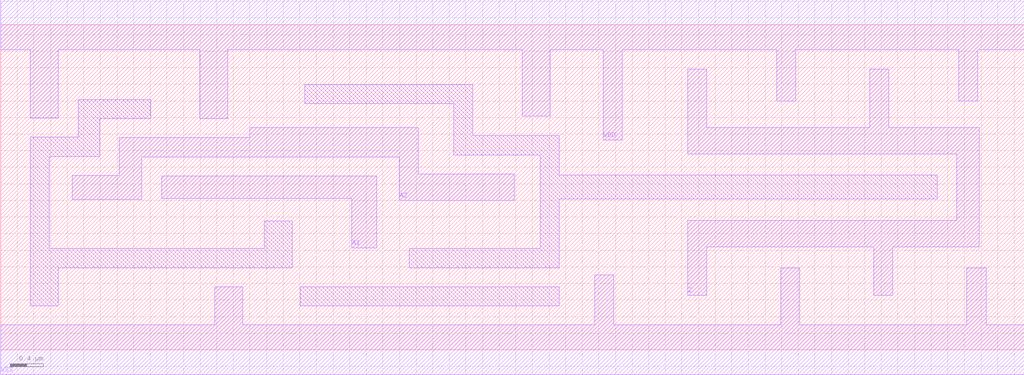
<source format=lef>
# Copyright 2022 GlobalFoundries PDK Authors
#
# Licensed under the Apache License, Version 2.0 (the "License");
# you may not use this file except in compliance with the License.
# You may obtain a copy of the License at
#
#      http://www.apache.org/licenses/LICENSE-2.0
#
# Unless required by applicable law or agreed to in writing, software
# distributed under the License is distributed on an "AS IS" BASIS,
# WITHOUT WARRANTIES OR CONDITIONS OF ANY KIND, either express or implied.
# See the License for the specific language governing permissions and
# limitations under the License.

MACRO gf180mcu_fd_sc_mcu7t5v0__xor2_4
  CLASS core ;
  FOREIGN gf180mcu_fd_sc_mcu7t5v0__xor2_4 0.0 0.0 ;
  ORIGIN 0 0 ;
  SYMMETRY X Y ;
  SITE GF018hv5v_mcu_sc7 ;
  SIZE 12.32 BY 3.92 ;
  PIN A1
    DIRECTION INPUT ;
    ANTENNAGATEAREA 1.448 ;
    PORT
      LAYER METAL1 ;
        POLYGON 1.935 1.825 3.51 1.825 4.225 1.825 4.225 1.23 4.525 1.23 4.525 2.095 3.51 2.095 1.935 2.095  ;
    END
  END A1
  PIN A2
    DIRECTION INPUT ;
    ANTENNAGATEAREA 1.448 ;
    PORT
      LAYER METAL1 ;
        POLYGON 0.86 1.81 1.7 1.81 1.7 2.325 3.51 2.325 4.795 2.325 4.795 1.8 6.18 1.8 6.18 2.12 5.025 2.12 5.025 2.68 3.51 2.68 3 2.68 3 2.555 1.425 2.555 1.425 2.1 0.86 2.1  ;
    END
  END A2
  PIN Z
    DIRECTION OUTPUT ;
    ANTENNADIFFAREA 2.2436 ;
    PORT
      LAYER METAL1 ;
        POLYGON 8.27 2.36 11.275 2.36 11.51 2.36 11.51 1.56 8.27 1.56 8.27 0.655 8.5 0.655 8.5 1.24 10.51 1.24 10.51 0.655 10.74 0.655 10.74 1.24 11.78 1.24 11.78 2.68 11.275 2.68 10.69 2.68 10.69 3.38 10.46 3.38 10.46 2.68 8.5 2.68 8.5 3.38 8.27 3.38  ;
    END
  END Z
  PIN VDD
    DIRECTION INOUT ;
    USE power ;
    SHAPE ABUTMENT ;
    PORT
      LAYER METAL1 ;
        POLYGON 0 3.62 0.355 3.62 0.355 2.795 0.695 2.795 0.695 3.62 2.395 3.62 2.395 2.785 2.735 2.785 2.735 3.62 3.51 3.62 6.275 3.62 6.275 2.815 6.615 2.815 6.615 3.62 7.25 3.62 7.25 2.53 7.48 2.53 7.48 3.62 9.34 3.62 9.34 3 9.57 3 9.57 3.62 11.275 3.62 11.53 3.62 11.53 3 11.76 3 11.76 3.62 12.32 3.62 12.32 4.22 11.275 4.22 3.51 4.22 0 4.22  ;
    END
  END VDD
  PIN VSS
    DIRECTION INOUT ;
    USE ground ;
    SHAPE ABUTMENT ;
    PORT
      LAYER METAL1 ;
        POLYGON 0 -0.3 12.32 -0.3 12.32 0.3 11.86 0.3 11.86 0.985 11.63 0.985 11.63 0.3 9.62 0.3 9.62 0.985 9.39 0.985 9.39 0.3 7.38 0.3 7.38 0.905 7.15 0.905 7.15 0.3 2.915 0.3 2.915 0.76 2.575 0.76 2.575 0.3 0 0.3  ;
    END
  END VSS
  OBS
      LAYER METAL1 ;
        POLYGON 0.355 0.53 0.695 0.53 0.695 0.99 3.51 0.99 3.51 1.555 3.17 1.555 3.17 1.22 0.585 1.22 0.585 2.33 1.19 2.33 1.19 2.785 1.805 2.785 1.805 3.015 0.93 3.015 0.93 2.565 0.355 2.565  ;
        POLYGON 3.605 0.53 6.725 0.53 6.725 0.76 3.605 0.76  ;
        POLYGON 3.66 2.965 5.45 2.965 5.45 2.35 6.495 2.35 6.495 1.22 4.92 1.22 4.92 0.99 6.725 0.99 6.725 1.815 11.275 1.815 11.275 2.105 6.725 2.105 6.725 2.585 5.68 2.585 5.68 3.195 3.66 3.195  ;
  END
END gf180mcu_fd_sc_mcu7t5v0__xor2_4

</source>
